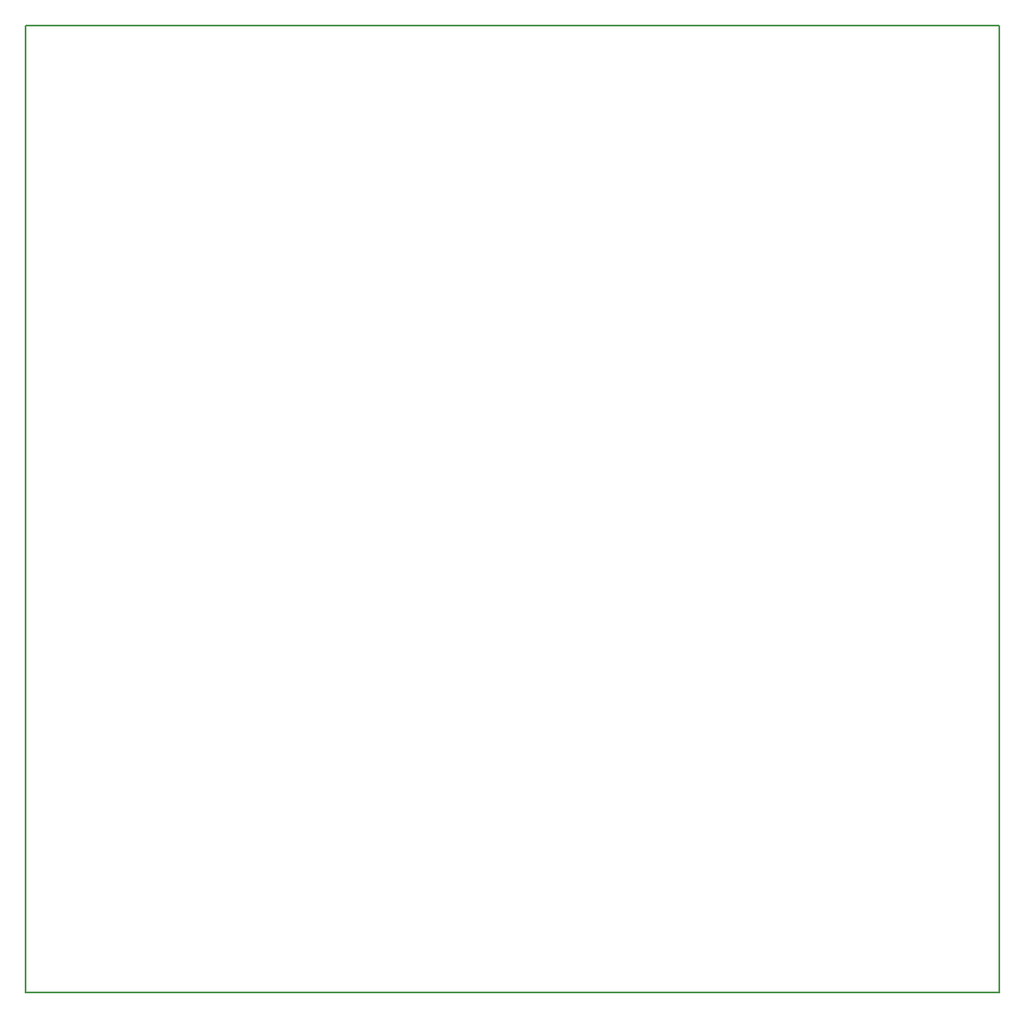
<source format=gbr>
G04 PROTEUS GERBER X2 FILE*
%TF.GenerationSoftware,Labcenter,Proteus,8.13-SP0-Build31525*%
%TF.CreationDate,2023-02-16T13:29:28+00:00*%
%TF.FileFunction,NonPlated,1,2,NPTH*%
%TF.FilePolarity,Positive*%
%TF.Part,Single*%
%TF.SameCoordinates,{1a083b5a-91e7-4c28-9893-6f2ba5a781e2}*%
%FSLAX45Y45*%
%MOMM*%
G01*
%TA.AperFunction,Profile*%
%ADD28C,0.203200*%
%TD.AperFunction*%
D28*
X-4826000Y-4800600D02*
X+4851400Y-4800600D01*
X+4851400Y+4813300D01*
X-4826000Y+4813300D01*
X-4826000Y-4800600D01*
M02*

</source>
